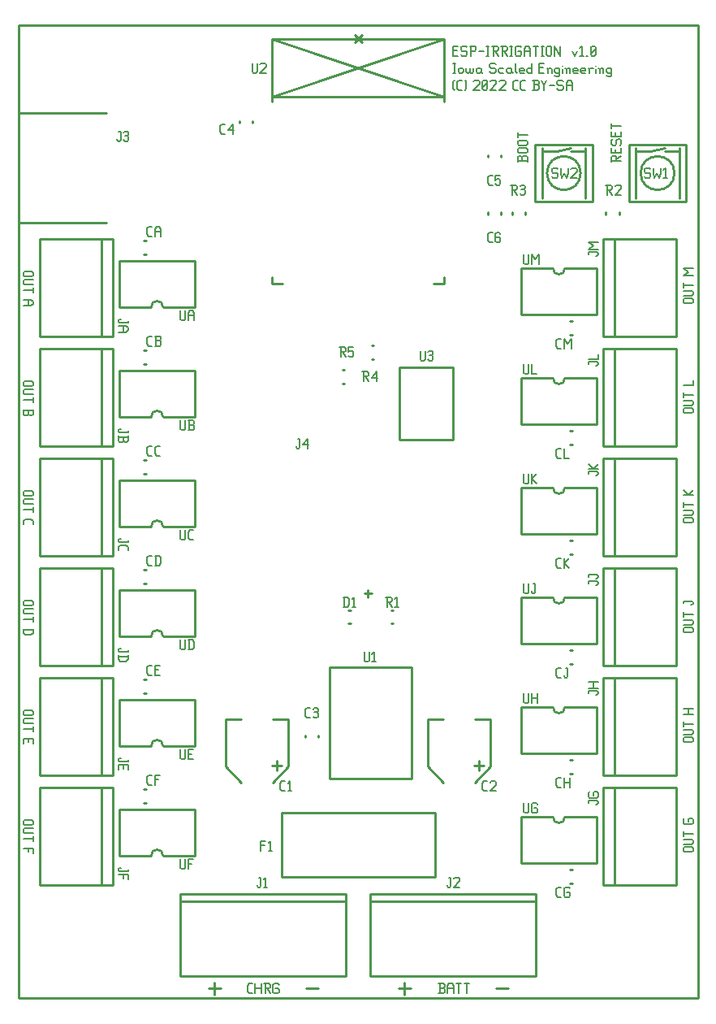
<source format=gbr>
G04 start of page 8 for group -4079 idx -4079 *
G04 Title: (unknown), topsilk *
G04 Creator: pcb 4.0.2 *
G04 CreationDate: Sat May 14 18:30:59 2022 UTC *
G04 For: railfan *
G04 Format: Gerber/RS-274X *
G04 PCB-Dimensions (mil): 3000.00 4200.00 *
G04 PCB-Coordinate-Origin: lower left *
%MOIN*%
%FSLAX25Y25*%
%LNTOPSILK*%
%ADD69C,0.0080*%
%ADD68C,0.0100*%
G54D68*X10500Y409500D02*Y10500D01*
X154000Y178000D02*Y175000D01*
X91000Y17000D02*Y12000D01*
X88500Y14500D02*X93500D01*
X148500Y405500D02*X151500Y402500D01*
Y405500D02*X148500Y402500D01*
X289500Y409500D02*X10500D01*
X289500Y10500D02*Y409500D01*
X152500Y176500D02*X155500D01*
X128500Y14500D02*X133500D01*
X169000Y17000D02*Y12000D01*
X166500Y14500D02*X171500D01*
X206500D02*X211500D01*
X10500Y10500D02*X289500D01*
G54D69*X284000Y295500D02*X287000D01*
X284000D02*X283500Y296000D01*
Y297000D02*Y296000D01*
Y297000D02*X284000Y297500D01*
X287000D01*
X287500Y297000D02*X287000Y297500D01*
X287500Y297000D02*Y296000D01*
X287000Y295500D02*X287500Y296000D01*
X283500Y298700D02*X287000D01*
X287500Y299200D01*
Y300200D02*Y299200D01*
Y300200D02*X287000Y300700D01*
X283500D02*X287000D01*
X283500Y303900D02*Y301900D01*
Y302900D02*X287500D01*
X283500Y306900D02*X287500D01*
X283500D02*X285500Y308400D01*
X283500Y309900D01*
X287500D01*
X254000Y355500D02*Y353500D01*
Y355500D02*X254500Y356000D01*
X255500D01*
X256000Y355500D02*X255500Y356000D01*
X256000Y355500D02*Y354000D01*
X254000D02*X258000D01*
X256000Y354800D02*X258000Y356000D01*
X255800Y358700D02*Y357200D01*
X258000Y359200D02*Y357200D01*
X254000D02*X258000D01*
X254000Y359200D02*Y357200D01*
Y362400D02*X254500Y362900D01*
X254000Y362400D02*Y360900D01*
X254500Y360400D02*X254000Y360900D01*
X254500Y360400D02*X255500D01*
X256000Y360900D01*
Y362400D02*Y360900D01*
Y362400D02*X256500Y362900D01*
X257500D01*
X258000Y362400D02*X257500Y362900D01*
X258000Y362400D02*Y360900D01*
X257500Y360400D02*X258000Y360900D01*
X255800Y365600D02*Y364100D01*
X258000Y366100D02*Y364100D01*
X254000D02*X258000D01*
X254000Y366100D02*Y364100D01*
Y369300D02*Y367300D01*
Y368300D02*X258000D01*
X219500Y355500D02*Y353500D01*
Y355500D02*X219000Y356000D01*
X217800D02*X219000D01*
X217300Y355500D02*X217800Y356000D01*
X217300Y355500D02*Y354000D01*
X215500D02*X219500D01*
X215500Y355500D02*Y353500D01*
Y355500D02*X216000Y356000D01*
X216800D01*
X217300Y355500D02*X216800Y356000D01*
X216000Y357200D02*X219000D01*
X216000D02*X215500Y357700D01*
Y358700D02*Y357700D01*
Y358700D02*X216000Y359200D01*
X219000D01*
X219500Y358700D02*X219000Y359200D01*
X219500Y358700D02*Y357700D01*
X219000Y357200D02*X219500Y357700D01*
X216000Y360400D02*X219000D01*
X216000D02*X215500Y360900D01*
Y361900D02*Y360900D01*
Y361900D02*X216000Y362400D01*
X219000D01*
X219500Y361900D02*X219000Y362400D01*
X219500Y361900D02*Y360900D01*
X219000Y360400D02*X219500Y360900D01*
X215500Y365600D02*Y363600D01*
Y364600D02*X219500D01*
X189000Y399200D02*X190500D01*
X189000Y397000D02*X191000D01*
X189000Y401000D02*Y397000D01*
Y401000D02*X191000D01*
X194200D02*X194700Y400500D01*
X192700Y401000D02*X194200D01*
X192200Y400500D02*X192700Y401000D01*
X192200Y400500D02*Y399500D01*
X192700Y399000D01*
X194200D01*
X194700Y398500D01*
Y397500D01*
X194200Y397000D02*X194700Y397500D01*
X192700Y397000D02*X194200D01*
X192200Y397500D02*X192700Y397000D01*
X196400Y401000D02*Y397000D01*
X195900Y401000D02*X197900D01*
X198400Y400500D01*
Y399500D01*
X197900Y399000D02*X198400Y399500D01*
X196400Y399000D02*X197900D01*
X199600D02*X201600D01*
X202800Y401000D02*X203800D01*
X203300D02*Y397000D01*
X202800D02*X203800D01*
X205000Y401000D02*X207000D01*
X207500Y400500D01*
Y399500D01*
X207000Y399000D02*X207500Y399500D01*
X205500Y399000D02*X207000D01*
X205500Y401000D02*Y397000D01*
X206300Y399000D02*X207500Y397000D01*
X208700Y401000D02*X210700D01*
X211200Y400500D01*
Y399500D01*
X210700Y399000D02*X211200Y399500D01*
X209200Y399000D02*X210700D01*
X209200Y401000D02*Y397000D01*
X210000Y399000D02*X211200Y397000D01*
X212400Y401000D02*X213400D01*
X212900D02*Y397000D01*
X212400D02*X213400D01*
X216600Y401000D02*X217100Y400500D01*
X215100Y401000D02*X216600D01*
X214600Y400500D02*X215100Y401000D01*
X214600Y400500D02*Y397500D01*
X215100Y397000D01*
X216600D01*
X217100Y397500D01*
Y398500D02*Y397500D01*
X216600Y399000D02*X217100Y398500D01*
X215600Y399000D02*X216600D01*
X218300Y400000D02*Y397000D01*
Y400000D02*X219000Y401000D01*
X220100D01*
X220800Y400000D01*
Y397000D01*
X218300Y399000D02*X220800D01*
X222000Y401000D02*X224000D01*
X223000D02*Y397000D01*
X225200Y401000D02*X226200D01*
X225700D02*Y397000D01*
X225200D02*X226200D01*
X227400Y400500D02*Y397500D01*
Y400500D02*X227900Y401000D01*
X228900D01*
X229400Y400500D01*
Y397500D01*
X228900Y397000D02*X229400Y397500D01*
X227900Y397000D02*X228900D01*
X227400Y397500D02*X227900Y397000D01*
X230600Y401000D02*Y397000D01*
Y401000D02*X233100Y397000D01*
Y401000D02*Y397000D01*
X237900Y399000D02*X238900Y397000D01*
X239900Y399000D02*X238900Y397000D01*
X241100Y400200D02*X241900Y401000D01*
Y397000D01*
X241100D02*X242600D01*
X243800D02*X244300D01*
X245500Y397500D02*X246000Y397000D01*
X245500Y400500D02*Y397500D01*
Y400500D02*X246000Y401000D01*
X247000D01*
X247500Y400500D01*
Y397500D01*
X247000Y397000D02*X247500Y397500D01*
X246000Y397000D02*X247000D01*
X245500Y398000D02*X247500Y400000D01*
X189000Y394000D02*X190000D01*
X189500D02*Y390000D01*
X189000D02*X190000D01*
X191200Y391500D02*Y390500D01*
Y391500D02*X191700Y392000D01*
X192700D01*
X193200Y391500D01*
Y390500D01*
X192700Y390000D02*X193200Y390500D01*
X191700Y390000D02*X192700D01*
X191200Y390500D02*X191700Y390000D01*
X194400Y392000D02*Y390500D01*
X194900Y390000D01*
X195400D01*
X195900Y390500D01*
Y392000D02*Y390500D01*
X196400Y390000D01*
X196900D01*
X197400Y390500D01*
Y392000D02*Y390500D01*
X200100Y392000D02*X200600Y391500D01*
X199100Y392000D02*X200100D01*
X198600Y391500D02*X199100Y392000D01*
X198600Y391500D02*Y390500D01*
X199100Y390000D01*
X200600Y392000D02*Y390500D01*
X201100Y390000D01*
X199100D02*X200100D01*
X200600Y390500D01*
X206100Y394000D02*X206600Y393500D01*
X204600Y394000D02*X206100D01*
X204100Y393500D02*X204600Y394000D01*
X204100Y393500D02*Y392500D01*
X204600Y392000D01*
X206100D01*
X206600Y391500D01*
Y390500D01*
X206100Y390000D02*X206600Y390500D01*
X204600Y390000D02*X206100D01*
X204100Y390500D02*X204600Y390000D01*
X208300Y392000D02*X209800D01*
X207800Y391500D02*X208300Y392000D01*
X207800Y391500D02*Y390500D01*
X208300Y390000D01*
X209800D01*
X212500Y392000D02*X213000Y391500D01*
X211500Y392000D02*X212500D01*
X211000Y391500D02*X211500Y392000D01*
X211000Y391500D02*Y390500D01*
X211500Y390000D01*
X213000Y392000D02*Y390500D01*
X213500Y390000D01*
X211500D02*X212500D01*
X213000Y390500D01*
X214700Y394000D02*Y390500D01*
X215200Y390000D01*
X216700D02*X218200D01*
X216200Y390500D02*X216700Y390000D01*
X216200Y391500D02*Y390500D01*
Y391500D02*X216700Y392000D01*
X217700D01*
X218200Y391500D01*
X216200Y391000D02*X218200D01*
Y391500D02*Y391000D01*
X221400Y394000D02*Y390000D01*
X220900D02*X221400Y390500D01*
X219900Y390000D02*X220900D01*
X219400Y390500D02*X219900Y390000D01*
X219400Y391500D02*Y390500D01*
Y391500D02*X219900Y392000D01*
X220900D01*
X221400Y391500D01*
X224400Y392200D02*X225900D01*
X224400Y390000D02*X226400D01*
X224400Y394000D02*Y390000D01*
Y394000D02*X226400D01*
X228100Y391500D02*Y390000D01*
Y391500D02*X228600Y392000D01*
X229100D01*
X229600Y391500D01*
Y390000D01*
X227600Y392000D02*X228100Y391500D01*
X232300Y392000D02*X232800Y391500D01*
X231300Y392000D02*X232300D01*
X230800Y391500D02*X231300Y392000D01*
X230800Y391500D02*Y390500D01*
X231300Y390000D01*
X232300D01*
X232800Y390500D01*
X230800Y389000D02*X231300Y388500D01*
X232300D01*
X232800Y389000D01*
Y392000D02*Y389000D01*
X234000Y393000D02*Y392900D01*
Y391500D02*Y390000D01*
X235500Y391500D02*Y390000D01*
Y391500D02*X236000Y392000D01*
X236500D01*
X237000Y391500D01*
Y390000D01*
X235000Y392000D02*X235500Y391500D01*
X238700Y390000D02*X240200D01*
X238200Y390500D02*X238700Y390000D01*
X238200Y391500D02*Y390500D01*
Y391500D02*X238700Y392000D01*
X239700D01*
X240200Y391500D01*
X238200Y391000D02*X240200D01*
Y391500D02*Y391000D01*
X241900Y390000D02*X243400D01*
X241400Y390500D02*X241900Y390000D01*
X241400Y391500D02*Y390500D01*
Y391500D02*X241900Y392000D01*
X242900D01*
X243400Y391500D01*
X241400Y391000D02*X243400D01*
Y391500D02*Y391000D01*
X245100Y391500D02*Y390000D01*
Y391500D02*X245600Y392000D01*
X246600D01*
X244600D02*X245100Y391500D01*
X247800Y393000D02*Y392900D01*
Y391500D02*Y390000D01*
X249300Y391500D02*Y390000D01*
Y391500D02*X249800Y392000D01*
X250300D01*
X250800Y391500D01*
Y390000D01*
X248800Y392000D02*X249300Y391500D01*
X253500Y392000D02*X254000Y391500D01*
X252500Y392000D02*X253500D01*
X252000Y391500D02*X252500Y392000D01*
X252000Y391500D02*Y390500D01*
X252500Y390000D01*
X253500D01*
X254000Y390500D01*
X252000Y389000D02*X252500Y388500D01*
X253500D01*
X254000Y389000D01*
Y392000D02*Y389000D01*
X189000Y383500D02*X189500Y383000D01*
X189000Y386500D02*X189500Y387000D01*
X189000Y386500D02*Y383500D01*
X191400Y383000D02*X192700D01*
X190700Y383700D02*X191400Y383000D01*
X190700Y386300D02*Y383700D01*
Y386300D02*X191400Y387000D01*
X192700D01*
X193900D02*X194400Y386500D01*
Y383500D01*
X193900Y383000D02*X194400Y383500D01*
X197400Y386500D02*X197900Y387000D01*
X199400D01*
X199900Y386500D01*
Y385500D01*
X197400Y383000D02*X199900Y385500D01*
X197400Y383000D02*X199900D01*
X201100Y383500D02*X201600Y383000D01*
X201100Y386500D02*Y383500D01*
Y386500D02*X201600Y387000D01*
X202600D01*
X203100Y386500D01*
Y383500D01*
X202600Y383000D02*X203100Y383500D01*
X201600Y383000D02*X202600D01*
X201100Y384000D02*X203100Y386000D01*
X204300Y386500D02*X204800Y387000D01*
X206300D01*
X206800Y386500D01*
Y385500D01*
X204300Y383000D02*X206800Y385500D01*
X204300Y383000D02*X206800D01*
X208000Y386500D02*X208500Y387000D01*
X210000D01*
X210500Y386500D01*
Y385500D01*
X208000Y383000D02*X210500Y385500D01*
X208000Y383000D02*X210500D01*
X214200D02*X215500D01*
X213500Y383700D02*X214200Y383000D01*
X213500Y386300D02*Y383700D01*
Y386300D02*X214200Y387000D01*
X215500D01*
X217400Y383000D02*X218700D01*
X216700Y383700D02*X217400Y383000D01*
X216700Y386300D02*Y383700D01*
Y386300D02*X217400Y387000D01*
X218700D01*
X221700Y383000D02*X223700D01*
X224200Y383500D01*
Y384700D02*Y383500D01*
X223700Y385200D02*X224200Y384700D01*
X222200Y385200D02*X223700D01*
X222200Y387000D02*Y383000D01*
X221700Y387000D02*X223700D01*
X224200Y386500D01*
Y385700D01*
X223700Y385200D02*X224200Y385700D01*
X225400Y387000D02*X226400Y385000D01*
X227400Y387000D01*
X226400Y385000D02*Y383000D01*
X228600Y385000D02*X230600D01*
X233800Y387000D02*X234300Y386500D01*
X232300Y387000D02*X233800D01*
X231800Y386500D02*X232300Y387000D01*
X231800Y386500D02*Y385500D01*
X232300Y385000D01*
X233800D01*
X234300Y384500D01*
Y383500D01*
X233800Y383000D02*X234300Y383500D01*
X232300Y383000D02*X233800D01*
X231800Y383500D02*X232300Y383000D01*
X235500Y386000D02*Y383000D01*
Y386000D02*X236200Y387000D01*
X237300D01*
X238000Y386000D01*
Y383000D01*
X235500Y385000D02*X238000D01*
X13000Y308500D02*X16000D01*
X16500Y308000D01*
Y307000D01*
X16000Y306500D01*
X13000D02*X16000D01*
X12500Y307000D02*X13000Y306500D01*
X12500Y308000D02*Y307000D01*
X13000Y308500D02*X12500Y308000D01*
X13000Y305300D02*X16500D01*
X13000D02*X12500Y304800D01*
Y303800D01*
X13000Y303300D01*
X16500D01*
Y302100D02*Y300100D01*
X12500Y301100D02*X16500D01*
X12500Y297100D02*X15500D01*
X16500Y296400D01*
Y295300D01*
X15500Y294600D01*
X12500D02*X15500D01*
X14500Y297100D02*Y294600D01*
X13000Y263500D02*X16000D01*
X16500Y263000D01*
Y262000D01*
X16000Y261500D01*
X13000D02*X16000D01*
X12500Y262000D02*X13000Y261500D01*
X12500Y263000D02*Y262000D01*
X13000Y263500D02*X12500Y263000D01*
X13000Y260300D02*X16500D01*
X13000D02*X12500Y259800D01*
Y258800D01*
X13000Y258300D01*
X16500D01*
Y257100D02*Y255100D01*
X12500Y256100D02*X16500D01*
X12500Y252100D02*Y250100D01*
X13000Y249600D01*
X14200D01*
X14700Y250100D02*X14200Y249600D01*
X14700Y251600D02*Y250100D01*
X12500Y251600D02*X16500D01*
Y252100D02*Y250100D01*
X16000Y249600D01*
X15200D02*X16000D01*
X14700Y250100D02*X15200Y249600D01*
X284000Y250500D02*X287000D01*
X284000D02*X283500Y251000D01*
Y252000D02*Y251000D01*
Y252000D02*X284000Y252500D01*
X287000D01*
X287500Y252000D02*X287000Y252500D01*
X287500Y252000D02*Y251000D01*
X287000Y250500D02*X287500Y251000D01*
X283500Y253700D02*X287000D01*
X287500Y254200D01*
Y255200D02*Y254200D01*
Y255200D02*X287000Y255700D01*
X283500D02*X287000D01*
X283500Y258900D02*Y256900D01*
Y257900D02*X287500D01*
X283500Y261900D02*X287500D01*
Y263900D02*Y261900D01*
X13000Y218500D02*X16000D01*
X16500Y218000D01*
Y217000D01*
X16000Y216500D01*
X13000D02*X16000D01*
X12500Y217000D02*X13000Y216500D01*
X12500Y218000D02*Y217000D01*
X13000Y218500D02*X12500Y218000D01*
X13000Y215300D02*X16500D01*
X13000D02*X12500Y214800D01*
Y213800D01*
X13000Y213300D01*
X16500D01*
Y212100D02*Y210100D01*
X12500Y211100D02*X16500D01*
X12500Y206400D02*Y205100D01*
X13200Y207100D02*X12500Y206400D01*
X13200Y207100D02*X15800D01*
X16500Y206400D01*
Y205100D01*
X13000Y173500D02*X16000D01*
X16500Y173000D01*
Y172000D01*
X16000Y171500D01*
X13000D02*X16000D01*
X12500Y172000D02*X13000Y171500D01*
X12500Y173000D02*Y172000D01*
X13000Y173500D02*X12500Y173000D01*
X13000Y170300D02*X16500D01*
X13000D02*X12500Y169800D01*
Y168800D01*
X13000Y168300D01*
X16500D01*
Y167100D02*Y165100D01*
X12500Y166100D02*X16500D01*
X12500Y161600D02*X16500D01*
Y160300D02*X15800Y159600D01*
X13200D02*X15800D01*
X12500Y160300D02*X13200Y159600D01*
X12500Y162100D02*Y160300D01*
X16500Y162100D02*Y160300D01*
X13000Y128500D02*X16000D01*
X16500Y128000D01*
Y127000D01*
X16000Y126500D01*
X13000D02*X16000D01*
X12500Y127000D02*X13000Y126500D01*
X12500Y128000D02*Y127000D01*
X13000Y128500D02*X12500Y128000D01*
X13000Y125300D02*X16500D01*
X13000D02*X12500Y124800D01*
Y123800D01*
X13000Y123300D01*
X16500D01*
Y122100D02*Y120100D01*
X12500Y121100D02*X16500D01*
X14700Y117100D02*Y115600D01*
X12500Y117100D02*Y115100D01*
Y117100D02*X16500D01*
Y115100D01*
X13000Y83500D02*X16000D01*
X16500Y83000D01*
Y82000D01*
X16000Y81500D01*
X13000D02*X16000D01*
X12500Y82000D02*X13000Y81500D01*
X12500Y83000D02*Y82000D01*
X13000Y83500D02*X12500Y83000D01*
X13000Y80300D02*X16500D01*
X13000D02*X12500Y79800D01*
Y78800D01*
X13000Y78300D01*
X16500D01*
Y77100D02*Y75100D01*
X12500Y76100D02*X16500D01*
X12500Y72100D02*X16500D01*
Y70100D01*
X14700Y72100D02*Y70600D01*
X284000Y205500D02*X287000D01*
X284000D02*X283500Y206000D01*
Y207000D02*Y206000D01*
Y207000D02*X284000Y207500D01*
X287000D01*
X287500Y207000D02*X287000Y207500D01*
X287500Y207000D02*Y206000D01*
X287000Y205500D02*X287500Y206000D01*
X283500Y208700D02*X287000D01*
X287500Y209200D01*
Y210200D02*Y209200D01*
Y210200D02*X287000Y210700D01*
X283500D02*X287000D01*
X283500Y213900D02*Y211900D01*
Y212900D02*X287500D01*
X283500Y216900D02*X287500D01*
X285500D02*X283500Y218900D01*
X285500Y216900D02*X287500Y218900D01*
X284000Y160500D02*X287000D01*
X284000D02*X283500Y161000D01*
Y162000D02*Y161000D01*
Y162000D02*X284000Y162500D01*
X287000D01*
X287500Y162000D02*X287000Y162500D01*
X287500Y162000D02*Y161000D01*
X287000Y160500D02*X287500Y161000D01*
X283500Y163700D02*X287000D01*
X287500Y164200D01*
Y165200D02*Y164200D01*
Y165200D02*X287000Y165700D01*
X283500D02*X287000D01*
X283500Y168900D02*Y166900D01*
Y167900D02*X287500D01*
X283500Y173400D02*Y172600D01*
Y173400D02*X287000D01*
X287500Y172900D02*X287000Y173400D01*
X287500Y172900D02*Y172400D01*
X287000Y171900D02*X287500Y172400D01*
X286500Y171900D02*X287000D01*
X284000Y115500D02*X287000D01*
X284000D02*X283500Y116000D01*
Y117000D02*Y116000D01*
Y117000D02*X284000Y117500D01*
X287000D01*
X287500Y117000D02*X287000Y117500D01*
X287500Y117000D02*Y116000D01*
X287000Y115500D02*X287500Y116000D01*
X283500Y118700D02*X287000D01*
X287500Y119200D01*
Y120200D02*Y119200D01*
Y120200D02*X287000Y120700D01*
X283500D02*X287000D01*
X283500Y123900D02*Y121900D01*
Y122900D02*X287500D01*
X283500Y126900D02*X287500D01*
X283500Y129400D02*X287500D01*
X285500D02*Y126900D01*
X284000Y70500D02*X287000D01*
X284000D02*X283500Y71000D01*
Y72000D02*Y71000D01*
Y72000D02*X284000Y72500D01*
X287000D01*
X287500Y72000D02*X287000Y72500D01*
X287500Y72000D02*Y71000D01*
X287000Y70500D02*X287500Y71000D01*
X283500Y73700D02*X287000D01*
X287500Y74200D01*
Y75200D02*Y74200D01*
Y75200D02*X287000Y75700D01*
X283500D02*X287000D01*
X283500Y78900D02*Y76900D01*
Y77900D02*X287500D01*
X283500Y83900D02*X284000Y84400D01*
X283500Y83900D02*Y82400D01*
X284000Y81900D02*X283500Y82400D01*
X284000Y81900D02*X287000D01*
X287500Y82400D01*
Y83900D02*Y82400D01*
Y83900D02*X287000Y84400D01*
X286000D02*X287000D01*
X285500Y83900D02*X286000Y84400D01*
X285500Y83900D02*Y82900D01*
X183000Y12500D02*X185000D01*
X185500Y13000D01*
Y14200D02*Y13000D01*
X185000Y14700D02*X185500Y14200D01*
X183500Y14700D02*X185000D01*
X183500Y16500D02*Y12500D01*
X183000Y16500D02*X185000D01*
X185500Y16000D01*
Y15200D01*
X185000Y14700D02*X185500Y15200D01*
X186700Y15500D02*Y12500D01*
Y15500D02*X187400Y16500D01*
X188500D01*
X189200Y15500D01*
Y12500D01*
X186700Y14500D02*X189200D01*
X190400Y16500D02*X192400D01*
X191400D02*Y12500D01*
X193600Y16500D02*X195600D01*
X194600D02*Y12500D01*
X105200D02*X106500D01*
X104500Y13200D02*X105200Y12500D01*
X104500Y15800D02*Y13200D01*
Y15800D02*X105200Y16500D01*
X106500D01*
X107700D02*Y12500D01*
X110200Y16500D02*Y12500D01*
X107700Y14500D02*X110200D01*
X111400Y16500D02*X113400D01*
X113900Y16000D01*
Y15000D01*
X113400Y14500D02*X113900Y15000D01*
X111900Y14500D02*X113400D01*
X111900Y16500D02*Y12500D01*
X112700Y14500D02*X113900Y12500D01*
X117100Y16500D02*X117600Y16000D01*
X115600Y16500D02*X117100D01*
X115100Y16000D02*X115600Y16500D01*
X115100Y16000D02*Y13000D01*
X115600Y12500D01*
X117100D01*
X117600Y13000D01*
Y14000D02*Y13000D01*
X117100Y14500D02*X117600Y14000D01*
X116100Y14500D02*X117100D01*
G54D68*X10500Y373500D02*Y328500D01*
Y373500D02*X46500D01*
X10500Y328500D02*X46500D01*
X19200Y322000D02*Y282000D01*
X49200Y322000D02*Y282000D01*
X44800Y322000D02*Y282000D01*
X19200Y322000D02*X49200D01*
X19200Y282000D02*X49200D01*
X208755Y356393D02*Y355607D01*
X203245Y356393D02*Y355607D01*
X101245Y370393D02*Y369607D01*
X106755Y370393D02*Y369607D01*
X114567Y404000D02*X185433D01*
Y378409D01*
Y306362D02*Y303606D01*
X114567Y404000D02*Y378409D01*
Y306362D02*Y303606D01*
X185433D02*X180906D01*
X119094D02*X114567D01*
Y404000D02*X185433Y380378D01*
Y404000D02*X114567Y380378D01*
X185433D01*
X62107Y321255D02*X62893D01*
X62107Y315745D02*X62893D01*
X83000Y313000D02*Y294000D01*
X52000Y313000D02*X83000D01*
X52000D02*Y294000D01*
X70000D02*X83000D01*
X52000D02*X65000D01*
X70000D02*G75*G03X65000Y294000I-2500J0D01*G01*
X280800Y322000D02*Y282000D01*
X250800Y322000D02*Y282000D01*
X255200Y322000D02*Y282000D01*
X250800D02*X280800D01*
X250800Y322000D02*X280800D01*
X257255Y332893D02*Y332107D01*
X251745Y332893D02*Y332107D01*
X237107Y282745D02*X237893D01*
X237107Y288255D02*X237893D01*
X217000Y310000D02*Y291000D01*
X248000D01*
Y310000D02*Y291000D01*
X217000Y310000D02*X230000D01*
X235000D02*X248000D01*
X230000D02*G75*G03X235000Y310000I2500J0D01*G01*
X218755Y332893D02*Y332107D01*
X213245Y332893D02*Y332107D01*
X208755Y332893D02*Y332107D01*
X203245Y332893D02*Y332107D01*
X155607Y278255D02*X156393D01*
X155607Y272745D02*X156393D01*
X143607Y262745D02*X144393D01*
X143607Y268255D02*X144393D01*
X166976Y269461D02*Y239539D01*
X189024Y269461D02*Y239539D01*
X166976D02*X189024D01*
X166976Y269461D02*X189024D01*
X222700Y360800D02*Y337200D01*
X246300Y360800D02*Y337200D01*
X222700Y360800D02*X246300D01*
X222700Y337200D02*X246300D01*
X225650Y359325D02*Y338675D01*
X243350Y359325D02*Y338675D01*
Y357850D02*X237450D01*
X225650D02*X231550D01*
X237450Y359325D02*X231550Y357850D01*
X227600Y349000D02*G75*G03X227600Y349000I6900J0D01*G01*
G75*G03X241400Y349000I6900J0D01*G01*
X261200Y360800D02*Y337200D01*
X284800Y360800D02*Y337200D01*
X261200Y360800D02*X284800D01*
X261200Y337200D02*X284800D01*
X264150Y359325D02*Y338675D01*
X281850Y359325D02*Y338675D01*
Y357850D02*X275950D01*
X264150D02*X270050D01*
X275950Y359325D02*X270050Y357850D01*
X266100Y349000D02*G75*G03X266100Y349000I6900J0D01*G01*
G75*G03X279900Y349000I6900J0D01*G01*
X19200Y277000D02*Y237000D01*
X49200Y277000D02*Y237000D01*
X44800Y277000D02*Y237000D01*
X19200Y277000D02*X49200D01*
X19200Y237000D02*X49200D01*
X19200Y232000D02*Y192000D01*
X49200Y232000D02*Y192000D01*
X44800Y232000D02*Y192000D01*
X19200Y232000D02*X49200D01*
X19200Y192000D02*X49200D01*
X19200Y187000D02*Y147000D01*
X49200Y187000D02*Y147000D01*
X44800Y187000D02*Y147000D01*
X19200Y187000D02*X49200D01*
X19200Y147000D02*X49200D01*
X19200Y142000D02*Y102000D01*
X49200Y142000D02*Y102000D01*
X44800Y142000D02*Y102000D01*
X19200Y142000D02*X49200D01*
X19200Y102000D02*X49200D01*
X19200Y97000D02*Y57000D01*
X49200Y97000D02*Y57000D01*
X44800Y97000D02*Y57000D01*
X19200Y97000D02*X49200D01*
X19200Y57000D02*X49200D01*
X62107Y276255D02*X62893D01*
X62107Y270745D02*X62893D01*
X62107Y231255D02*X62893D01*
X62107Y225745D02*X62893D01*
X62107Y186255D02*X62893D01*
X62107Y180745D02*X62893D01*
X83000Y268000D02*Y249000D01*
X52000Y268000D02*X83000D01*
X52000D02*Y249000D01*
X70000D02*X83000D01*
X52000D02*X65000D01*
X70000D02*G75*G03X65000Y249000I-2500J0D01*G01*
X83000Y223000D02*Y204000D01*
X52000Y223000D02*X83000D01*
X52000D02*Y204000D01*
X70000D02*X83000D01*
X52000D02*X65000D01*
X70000D02*G75*G03X65000Y204000I-2500J0D01*G01*
X83000Y178000D02*Y159000D01*
X52000Y178000D02*X83000D01*
X52000D02*Y159000D01*
X70000D02*X83000D01*
X52000D02*X65000D01*
X70000D02*G75*G03X65000Y159000I-2500J0D01*G01*
X62107Y141255D02*X62893D01*
X62107Y135745D02*X62893D01*
X83000Y88000D02*Y69000D01*
X52000Y88000D02*X83000D01*
X52000D02*Y69000D01*
X70000D02*X83000D01*
X52000D02*X65000D01*
X70000D02*G75*G03X65000Y69000I-2500J0D01*G01*
X146107Y169755D02*X146893D01*
X146107Y164245D02*X146893D01*
X163607Y169755D02*X164393D01*
X163607Y164245D02*X164393D01*
X128245Y118350D02*Y117564D01*
X133755Y118350D02*Y117564D01*
X114996Y124992D02*X121492D01*
X95508D02*X102004D01*
X95508D02*Y105504D01*
X121492Y124992D02*Y105504D01*
X95508D02*X102004Y99008D01*
X121492Y105504D02*X114996Y99008D01*
X114500Y106000D02*X118500D01*
X116500Y108000D02*Y104000D01*
X83000Y133000D02*Y114000D01*
X52000Y133000D02*X83000D01*
X52000D02*Y114000D01*
X70000D02*X83000D01*
X52000D02*X65000D01*
X70000D02*G75*G03X65000Y114000I-2500J0D01*G01*
X62107Y96255D02*X62893D01*
X62107Y90745D02*X62893D01*
X171874Y146335D02*Y100665D01*
X138410Y146335D02*Y100665D01*
X171874D01*
X138410Y146335D02*X171874D01*
X118500Y86750D02*X181500D01*
Y60250D01*
X118500D01*
Y86750D01*
X77063Y53461D02*Y19602D01*
Y53461D02*X144937D01*
X77063Y50311D02*X144937D01*
Y53461D02*Y19602D01*
X77063D02*X144937D01*
X280800Y277000D02*Y237000D01*
X250800Y277000D02*Y237000D01*
X255200Y277000D02*Y237000D01*
X250800D02*X280800D01*
X250800Y277000D02*X280800D01*
Y232000D02*Y192000D01*
X250800Y232000D02*Y192000D01*
X255200Y232000D02*Y192000D01*
X250800D02*X280800D01*
X250800Y232000D02*X280800D01*
Y187000D02*Y147000D01*
X250800Y187000D02*Y147000D01*
X255200Y187000D02*Y147000D01*
X250800D02*X280800D01*
X250800Y187000D02*X280800D01*
Y142000D02*Y102000D01*
X250800Y142000D02*Y102000D01*
X255200Y142000D02*Y102000D01*
X250800D02*X280800D01*
X250800Y142000D02*X280800D01*
X237107Y237745D02*X237893D01*
X237107Y243255D02*X237893D01*
X217000Y265000D02*Y246000D01*
X248000D01*
Y265000D02*Y246000D01*
X217000Y265000D02*X230000D01*
X235000D02*X248000D01*
X230000D02*G75*G03X235000Y265000I2500J0D01*G01*
X237107Y192745D02*X237893D01*
X237107Y198255D02*X237893D01*
X217000Y220000D02*Y201000D01*
X248000D01*
Y220000D02*Y201000D01*
X217000Y220000D02*X230000D01*
X235000D02*X248000D01*
X230000D02*G75*G03X235000Y220000I2500J0D01*G01*
X237107Y147745D02*X237893D01*
X237107Y153255D02*X237893D01*
X217000Y175000D02*Y156000D01*
X248000D01*
Y175000D02*Y156000D01*
X217000Y175000D02*X230000D01*
X235000D02*X248000D01*
X230000D02*G75*G03X235000Y175000I2500J0D01*G01*
X197996Y124992D02*X204492D01*
X178508D02*X185004D01*
X178508D02*Y105504D01*
X204492Y124992D02*Y105504D01*
X178508D02*X185004Y99008D01*
X204492Y105504D02*X197996Y99008D01*
X197500Y106000D02*X201500D01*
X199500Y108000D02*Y104000D01*
X237107Y102745D02*X237893D01*
X237107Y108255D02*X237893D01*
X217000Y130000D02*Y111000D01*
X248000D01*
Y130000D02*Y111000D01*
X217000Y130000D02*X230000D01*
X235000D02*X248000D01*
X230000D02*G75*G03X235000Y130000I2500J0D01*G01*
X280800Y97000D02*Y57000D01*
X250800Y97000D02*Y57000D01*
X255200Y97000D02*Y57000D01*
X250800D02*X280800D01*
X250800Y97000D02*X280800D01*
X237107Y57745D02*X237893D01*
X237107Y63255D02*X237893D01*
X217000Y85000D02*Y66000D01*
X248000D01*
Y85000D02*Y66000D01*
X217000Y85000D02*X230000D01*
X235000D02*X248000D01*
X230000D02*G75*G03X235000Y85000I2500J0D01*G01*
X155063Y53461D02*Y19602D01*
Y53461D02*X222937D01*
X155063Y50311D02*X222937D01*
Y53461D02*Y19602D01*
X155063D02*X222937D01*
G54D69*X51700Y366000D02*X52500D01*
Y362500D01*
X52000Y362000D02*X52500Y362500D01*
X51500Y362000D02*X52000D01*
X51000Y362500D02*X51500Y362000D01*
X51000Y363000D02*Y362500D01*
X53700Y365500D02*X54200Y366000D01*
X55200D01*
X55700Y365500D01*
X55200Y362000D02*X55700Y362500D01*
X54200Y362000D02*X55200D01*
X53700Y362500D02*X54200Y362000D01*
Y364200D02*X55200D01*
X55700Y365500D02*Y364700D01*
Y363700D02*Y362500D01*
Y363700D02*X55200Y364200D01*
X55700Y364700D02*X55200Y364200D01*
X94050Y365150D02*X95350D01*
X93350Y365850D02*X94050Y365150D01*
X93350Y368450D02*Y365850D01*
Y368450D02*X94050Y369150D01*
X95350D01*
X96550Y366650D02*X98550Y369150D01*
X96550Y366650D02*X99050D01*
X98550Y369150D02*Y365150D01*
X106500Y394000D02*Y390500D01*
X107000Y390000D01*
X108000D01*
X108500Y390500D01*
Y394000D02*Y390500D01*
X109700Y393500D02*X110200Y394000D01*
X111700D01*
X112200Y393500D01*
Y392500D01*
X109700Y390000D02*X112200Y392500D01*
X109700Y390000D02*X112200D01*
X55500Y288300D02*Y287500D01*
X52000D02*X55500D01*
X51500Y288000D02*X52000Y287500D01*
X51500Y288500D02*Y288000D01*
X52000Y289000D02*X51500Y288500D01*
X52000Y289000D02*X52500D01*
X51500Y286300D02*X54500D01*
X55500Y285600D01*
Y284500D01*
X54500Y283800D01*
X51500D02*X54500D01*
X53500Y286300D02*Y283800D01*
X64093Y323150D02*X65393D01*
X63393Y323850D02*X64093Y323150D01*
X63393Y326450D02*Y323850D01*
Y326450D02*X64093Y327150D01*
X65393D01*
X66593Y326150D02*Y323150D01*
Y326150D02*X67293Y327150D01*
X68393D01*
X69093Y326150D01*
Y323150D01*
X66593Y325150D02*X69093D01*
X77000Y292500D02*Y289000D01*
X77500Y288500D01*
X78500D01*
X79000Y289000D01*
Y292500D02*Y289000D01*
X80200Y291500D02*Y288500D01*
Y291500D02*X80900Y292500D01*
X82000D01*
X82700Y291500D01*
Y288500D01*
X80200Y290500D02*X82700D01*
X64093Y278150D02*X65393D01*
X63393Y278850D02*X64093Y278150D01*
X63393Y281450D02*Y278850D01*
Y281450D02*X64093Y282150D01*
X65393D01*
X66593Y278150D02*X68593D01*
X69093Y278650D01*
Y279850D02*Y278650D01*
X68593Y280350D02*X69093Y279850D01*
X67093Y280350D02*X68593D01*
X67093Y282150D02*Y278150D01*
X66593Y282150D02*X68593D01*
X69093Y281650D01*
Y280850D01*
X68593Y280350D02*X69093Y280850D01*
X64093Y233150D02*X65393D01*
X63393Y233850D02*X64093Y233150D01*
X63393Y236450D02*Y233850D01*
Y236450D02*X64093Y237150D01*
X65393D01*
X67293Y233150D02*X68593D01*
X66593Y233850D02*X67293Y233150D01*
X66593Y236450D02*Y233850D01*
Y236450D02*X67293Y237150D01*
X68593D01*
X244500Y316500D02*Y315700D01*
Y316500D02*X248000D01*
X248500Y316000D02*X248000Y316500D01*
X248500Y316000D02*Y315500D01*
X248000Y315000D02*X248500Y315500D01*
X247500Y315000D02*X248000D01*
X244500Y317700D02*X248500D01*
X244500D02*X246500Y319200D01*
X244500Y320700D01*
X248500D01*
X231500Y351000D02*X232000Y350500D01*
X230000Y351000D02*X231500D01*
X229500Y350500D02*X230000Y351000D01*
X229500Y350500D02*Y349500D01*
X230000Y349000D01*
X231500D01*
X232000Y348500D01*
Y347500D01*
X231500Y347000D02*X232000Y347500D01*
X230000Y347000D02*X231500D01*
X229500Y347500D02*X230000Y347000D01*
X233200Y351000D02*Y349000D01*
X233700Y347000D01*
X234700Y349000D01*
X235700Y347000D01*
X236200Y349000D01*
Y351000D02*Y349000D01*
X237400Y350500D02*X237900Y351000D01*
X239400D01*
X239900Y350500D01*
Y349500D01*
X237400Y347000D02*X239900Y349500D01*
X237400Y347000D02*X239900D01*
X251807Y344150D02*X253807D01*
X254307Y343650D01*
Y342650D01*
X253807Y342150D02*X254307Y342650D01*
X252307Y342150D02*X253807D01*
X252307Y344150D02*Y340150D01*
X253107Y342150D02*X254307Y340150D01*
X255507Y343650D02*X256007Y344150D01*
X257507D01*
X258007Y343650D01*
Y342650D01*
X255507Y340150D02*X258007Y342650D01*
X255507Y340150D02*X258007D01*
X269500Y351000D02*X270000Y350500D01*
X268000Y351000D02*X269500D01*
X267500Y350500D02*X268000Y351000D01*
X267500Y350500D02*Y349500D01*
X268000Y349000D01*
X269500D01*
X270000Y348500D01*
Y347500D01*
X269500Y347000D02*X270000Y347500D01*
X268000Y347000D02*X269500D01*
X267500Y347500D02*X268000Y347000D01*
X271200Y351000D02*Y349000D01*
X271700Y347000D01*
X272700Y349000D01*
X273700Y347000D01*
X274200Y349000D01*
Y351000D02*Y349000D01*
X275400Y350200D02*X276200Y351000D01*
Y347000D01*
X275400D02*X276900D01*
X212807Y344150D02*X214807D01*
X215307Y343650D01*
Y342650D01*
X214807Y342150D02*X215307Y342650D01*
X213307Y342150D02*X214807D01*
X213307Y344150D02*Y340150D01*
X214107Y342150D02*X215307Y340150D01*
X216507Y343650D02*X217007Y344150D01*
X218007D01*
X218507Y343650D01*
X218007Y340150D02*X218507Y340650D01*
X217007Y340150D02*X218007D01*
X216507Y340650D02*X217007Y340150D01*
Y342350D02*X218007D01*
X218507Y343650D02*Y342850D01*
Y341850D02*Y340650D01*
Y341850D02*X218007Y342350D01*
X218507Y342850D02*X218007Y342350D01*
X203878Y344150D02*X205178D01*
X203178Y344850D02*X203878Y344150D01*
X203178Y347450D02*Y344850D01*
Y347450D02*X203878Y348150D01*
X205178D01*
X206378D02*X208378D01*
X206378D02*Y346150D01*
X206878Y346650D01*
X207878D01*
X208378Y346150D01*
Y344650D01*
X207878Y344150D02*X208378Y344650D01*
X206878Y344150D02*X207878D01*
X206378Y344650D02*X206878Y344150D01*
X203964Y320564D02*X205264D01*
X203264Y321264D02*X203964Y320564D01*
X203264Y323864D02*Y321264D01*
Y323864D02*X203964Y324564D01*
X205264D01*
X207964D02*X208464Y324064D01*
X206964Y324564D02*X207964D01*
X206464Y324064D02*X206964Y324564D01*
X206464Y324064D02*Y321064D01*
X206964Y320564D01*
X207964Y322764D02*X208464Y322264D01*
X206464Y322764D02*X207964D01*
X206964Y320564D02*X207964D01*
X208464Y321064D01*
Y322264D02*Y321064D01*
X232093Y277150D02*X233393D01*
X231393Y277850D02*X232093Y277150D01*
X231393Y280450D02*Y277850D01*
Y280450D02*X232093Y281150D01*
X233393D01*
X234593D02*Y277150D01*
Y281150D02*X236093Y279150D01*
X237593Y281150D01*
Y277150D01*
X232093Y232150D02*X233393D01*
X231393Y232850D02*X232093Y232150D01*
X231393Y235450D02*Y232850D01*
Y235450D02*X232093Y236150D01*
X233393D01*
X234593D02*Y232150D01*
X236593D01*
X218000Y270500D02*Y267000D01*
X218500Y266500D01*
X219500D01*
X220000Y267000D01*
Y270500D02*Y267000D01*
X221200Y270500D02*Y266500D01*
X223200D01*
X218000Y225500D02*Y222000D01*
X218500Y221500D01*
X219500D01*
X220000Y222000D01*
Y225500D02*Y222000D01*
X221200Y225500D02*Y221500D01*
Y223500D02*X223200Y225500D01*
X221200Y223500D02*X223200Y221500D01*
X218000Y180500D02*Y177000D01*
X218500Y176500D01*
X219500D01*
X220000Y177000D01*
Y180500D02*Y177000D01*
X221900Y180500D02*X222700D01*
Y177000D01*
X222200Y176500D02*X222700Y177000D01*
X221700Y176500D02*X222200D01*
X221200Y177000D02*X221700Y176500D01*
X221200Y177500D02*Y177000D01*
X218000Y135500D02*Y132000D01*
X218500Y131500D01*
X219500D01*
X220000Y132000D01*
Y135500D02*Y132000D01*
X221200Y135500D02*Y131500D01*
X223700Y135500D02*Y131500D01*
X221200Y133500D02*X223700D01*
X218000Y315500D02*Y312000D01*
X218500Y311500D01*
X219500D01*
X220000Y312000D01*
Y315500D02*Y312000D01*
X221200Y315500D02*Y311500D01*
Y315500D02*X222700Y313500D01*
X224200Y315500D01*
Y311500D01*
X244500Y271500D02*Y270700D01*
Y271500D02*X248000D01*
X248500Y271000D02*X248000Y271500D01*
X248500Y271000D02*Y270500D01*
X248000Y270000D02*X248500Y270500D01*
X247500Y270000D02*X248000D01*
X244500Y272700D02*X248500D01*
Y274700D02*Y272700D01*
X125200Y240000D02*X126000D01*
Y236500D01*
X125500Y236000D02*X126000Y236500D01*
X125000Y236000D02*X125500D01*
X124500Y236500D02*X125000Y236000D01*
X124500Y237000D02*Y236500D01*
X127200Y237500D02*X129200Y240000D01*
X127200Y237500D02*X129700D01*
X129200Y240000D02*Y236000D01*
X142350Y277650D02*X144350D01*
X144850Y277150D01*
Y276150D01*
X144350Y275650D02*X144850Y276150D01*
X142850Y275650D02*X144350D01*
X142850Y277650D02*Y273650D01*
X143650Y275650D02*X144850Y273650D01*
X146050Y277650D02*X148050D01*
X146050D02*Y275650D01*
X146550Y276150D01*
X147550D01*
X148050Y275650D01*
Y274150D01*
X147550Y273650D02*X148050Y274150D01*
X146550Y273650D02*X147550D01*
X146050Y274150D02*X146550Y273650D01*
X151807Y267650D02*X153807D01*
X154307Y267150D01*
Y266150D01*
X153807Y265650D02*X154307Y266150D01*
X152307Y265650D02*X153807D01*
X152307Y267650D02*Y263650D01*
X153107Y265650D02*X154307Y263650D01*
X155507Y265150D02*X157507Y267650D01*
X155507Y265150D02*X158007D01*
X157507Y267650D02*Y263650D01*
X175500Y276000D02*Y272500D01*
X176000Y272000D01*
X177000D01*
X177500Y272500D01*
Y276000D02*Y272500D01*
X178700Y275500D02*X179200Y276000D01*
X180200D01*
X180700Y275500D01*
X180200Y272000D02*X180700Y272500D01*
X179200Y272000D02*X180200D01*
X178700Y272500D02*X179200Y272000D01*
Y274200D02*X180200D01*
X180700Y275500D02*Y274700D01*
Y273700D02*Y272500D01*
Y273700D02*X180200Y274200D01*
X180700Y274700D02*X180200Y274200D01*
X244500Y226500D02*Y225700D01*
Y226500D02*X248000D01*
X248500Y226000D02*X248000Y226500D01*
X248500Y226000D02*Y225500D01*
X248000Y225000D02*X248500Y225500D01*
X247500Y225000D02*X248000D01*
X244500Y227700D02*X248500D01*
X246500D02*X244500Y229700D01*
X246500Y227700D02*X248500Y229700D01*
X232093Y187150D02*X233393D01*
X231393Y187850D02*X232093Y187150D01*
X231393Y190450D02*Y187850D01*
Y190450D02*X232093Y191150D01*
X233393D01*
X234593D02*Y187150D01*
Y189150D02*X236593Y191150D01*
X234593Y189150D02*X236593Y187150D01*
X244500Y181500D02*Y180700D01*
Y181500D02*X248000D01*
X248500Y181000D02*X248000Y181500D01*
X248500Y181000D02*Y180500D01*
X248000Y180000D02*X248500Y180500D01*
X247500Y180000D02*X248000D01*
X244500Y184200D02*Y183400D01*
Y184200D02*X248000D01*
X248500Y183700D02*X248000Y184200D01*
X248500Y183700D02*Y183200D01*
X248000Y182700D02*X248500Y183200D01*
X247500Y182700D02*X248000D01*
X232093Y142150D02*X233393D01*
X231393Y142850D02*X232093Y142150D01*
X231393Y145450D02*Y142850D01*
Y145450D02*X232093Y146150D01*
X233393D01*
X235293D02*X236093D01*
Y142650D01*
X235593Y142150D02*X236093Y142650D01*
X235093Y142150D02*X235593D01*
X234593Y142650D02*X235093Y142150D01*
X234593Y143150D02*Y142650D01*
X55500Y243300D02*Y242500D01*
X52000D02*X55500D01*
X51500Y243000D02*X52000Y242500D01*
X51500Y243500D02*Y243000D01*
X52000Y244000D02*X51500Y243500D01*
X52000Y244000D02*X52500D01*
X51500Y241300D02*Y239300D01*
X52000Y238800D01*
X53200D01*
X53700Y239300D02*X53200Y238800D01*
X53700Y240800D02*Y239300D01*
X51500Y240800D02*X55500D01*
Y241300D02*Y239300D01*
X55000Y238800D01*
X54200D02*X55000D01*
X53700Y239300D02*X54200Y238800D01*
X77000Y247500D02*Y244000D01*
X77500Y243500D01*
X78500D01*
X79000Y244000D01*
Y247500D02*Y244000D01*
X80200Y243500D02*X82200D01*
X82700Y244000D01*
Y245200D02*Y244000D01*
X82200Y245700D02*X82700Y245200D01*
X80700Y245700D02*X82200D01*
X80700Y247500D02*Y243500D01*
X80200Y247500D02*X82200D01*
X82700Y247000D01*
Y246200D01*
X82200Y245700D02*X82700Y246200D01*
X144350Y175150D02*Y171150D01*
X145650Y175150D02*X146350Y174450D01*
Y171850D01*
X145650Y171150D02*X146350Y171850D01*
X143850Y171150D02*X145650D01*
X143850Y175150D02*X145650D01*
X147550Y174350D02*X148350Y175150D01*
Y171150D01*
X147550D02*X149050D01*
X161350Y175150D02*X163350D01*
X163850Y174650D01*
Y173650D01*
X163350Y173150D02*X163850Y173650D01*
X161850Y173150D02*X163350D01*
X161850Y175150D02*Y171150D01*
X162650Y173150D02*X163850Y171150D01*
X165050Y174350D02*X165850Y175150D01*
Y171150D01*
X165050D02*X166550D01*
X129007Y125650D02*X130307D01*
X128307Y126350D02*X129007Y125650D01*
X128307Y128950D02*Y126350D01*
Y128950D02*X129007Y129650D01*
X130307D01*
X131507Y129150D02*X132007Y129650D01*
X133007D01*
X133507Y129150D01*
X133007Y125650D02*X133507Y126150D01*
X132007Y125650D02*X133007D01*
X131507Y126150D02*X132007Y125650D01*
Y127850D02*X133007D01*
X133507Y129150D02*Y128350D01*
Y127350D02*Y126150D01*
Y127350D02*X133007Y127850D01*
X133507Y128350D02*X133007Y127850D01*
X118700Y95500D02*X120000D01*
X118000Y96200D02*X118700Y95500D01*
X118000Y98800D02*Y96200D01*
Y98800D02*X118700Y99500D01*
X120000D01*
X121200Y98700D02*X122000Y99500D01*
Y95500D01*
X121200D02*X122700D01*
X64093Y98150D02*X65393D01*
X63393Y98850D02*X64093Y98150D01*
X63393Y101450D02*Y98850D01*
Y101450D02*X64093Y102150D01*
X65393D01*
X66593D02*Y98150D01*
Y102150D02*X68593D01*
X66593Y100350D02*X68093D01*
X55500Y198300D02*Y197500D01*
X52000D02*X55500D01*
X51500Y198000D02*X52000Y197500D01*
X51500Y198500D02*Y198000D01*
X52000Y199000D02*X51500Y198500D01*
X52000Y199000D02*X52500D01*
X51500Y195600D02*Y194300D01*
X52200Y196300D02*X51500Y195600D01*
X52200Y196300D02*X54800D01*
X55500Y195600D01*
Y194300D01*
X64093Y188150D02*X65393D01*
X63393Y188850D02*X64093Y188150D01*
X63393Y191450D02*Y188850D01*
Y191450D02*X64093Y192150D01*
X65393D01*
X67093D02*Y188150D01*
X68393Y192150D02*X69093Y191450D01*
Y188850D01*
X68393Y188150D02*X69093Y188850D01*
X66593Y188150D02*X68393D01*
X66593Y192150D02*X68393D01*
X77000Y202500D02*Y199000D01*
X77500Y198500D01*
X78500D01*
X79000Y199000D01*
Y202500D02*Y199000D01*
X80900Y198500D02*X82200D01*
X80200Y199200D02*X80900Y198500D01*
X80200Y201800D02*Y199200D01*
Y201800D02*X80900Y202500D01*
X82200D01*
X55500Y153300D02*Y152500D01*
X52000D02*X55500D01*
X51500Y153000D02*X52000Y152500D01*
X51500Y153500D02*Y153000D01*
X52000Y154000D02*X51500Y153500D01*
X52000Y154000D02*X52500D01*
X51500Y150800D02*X55500D01*
Y149500D02*X54800Y148800D01*
X52200D02*X54800D01*
X51500Y149500D02*X52200Y148800D01*
X51500Y151300D02*Y149500D01*
X55500Y151300D02*Y149500D01*
X77000Y157500D02*Y154000D01*
X77500Y153500D01*
X78500D01*
X79000Y154000D01*
Y157500D02*Y154000D01*
X80700Y157500D02*Y153500D01*
X82000Y157500D02*X82700Y156800D01*
Y154200D01*
X82000Y153500D02*X82700Y154200D01*
X80200Y153500D02*X82000D01*
X80200Y157500D02*X82000D01*
X64093Y143150D02*X65393D01*
X63393Y143850D02*X64093Y143150D01*
X63393Y146450D02*Y143850D01*
Y146450D02*X64093Y147150D01*
X65393D01*
X66593Y145350D02*X68093D01*
X66593Y143150D02*X68593D01*
X66593Y147150D02*Y143150D01*
Y147150D02*X68593D01*
X77000Y112500D02*Y109000D01*
X77500Y108500D01*
X78500D01*
X79000Y109000D01*
Y112500D02*Y109000D01*
X80200Y110700D02*X81700D01*
X80200Y108500D02*X82200D01*
X80200Y112500D02*Y108500D01*
Y112500D02*X82200D01*
X55500Y108300D02*Y107500D01*
X52000D02*X55500D01*
X51500Y108000D02*X52000Y107500D01*
X51500Y108500D02*Y108000D01*
X52000Y109000D02*X51500Y108500D01*
X52000Y109000D02*X52500D01*
X53700Y106300D02*Y104800D01*
X51500Y106300D02*Y104300D01*
Y106300D02*X55500D01*
Y104300D01*
X110000Y75000D02*Y71000D01*
Y75000D02*X112000D01*
X110000Y73200D02*X111500D01*
X113200Y74200D02*X114000Y75000D01*
Y71000D01*
X113200D02*X114700D01*
X55500Y63300D02*Y62500D01*
X52000D02*X55500D01*
X51500Y63000D02*X52000Y62500D01*
X51500Y63500D02*Y63000D01*
X52000Y64000D02*X51500Y63500D01*
X52000Y64000D02*X52500D01*
X51500Y61300D02*X55500D01*
Y59300D01*
X53700Y61300D02*Y59800D01*
X109200Y60000D02*X110000D01*
Y56500D01*
X109500Y56000D02*X110000Y56500D01*
X109000Y56000D02*X109500D01*
X108500Y56500D02*X109000Y56000D01*
X108500Y57000D02*Y56500D01*
X111200Y59200D02*X112000Y60000D01*
Y56000D01*
X111200D02*X112700D01*
X77000Y67500D02*Y64000D01*
X77500Y63500D01*
X78500D01*
X79000Y64000D01*
Y67500D02*Y64000D01*
X80200Y67500D02*Y63500D01*
Y67500D02*X82200D01*
X80200Y65700D02*X81700D01*
X201700Y95500D02*X203000D01*
X201000Y96200D02*X201700Y95500D01*
X201000Y98800D02*Y96200D01*
Y98800D02*X201700Y99500D01*
X203000D01*
X204200Y99000D02*X204700Y99500D01*
X206200D01*
X206700Y99000D01*
Y98000D01*
X204200Y95500D02*X206700Y98000D01*
X204200Y95500D02*X206700D01*
X232093Y97150D02*X233393D01*
X231393Y97850D02*X232093Y97150D01*
X231393Y100450D02*Y97850D01*
Y100450D02*X232093Y101150D01*
X233393D01*
X234593D02*Y97150D01*
X237093Y101150D02*Y97150D01*
X234593Y99150D02*X237093D01*
X152500Y152500D02*Y149000D01*
X153000Y148500D01*
X154000D01*
X154500Y149000D01*
Y152500D02*Y149000D01*
X155700Y151700D02*X156500Y152500D01*
Y148500D01*
X155700D02*X157200D01*
X187200Y60000D02*X188000D01*
Y56500D01*
X187500Y56000D02*X188000Y56500D01*
X187000Y56000D02*X187500D01*
X186500Y56500D02*X187000Y56000D01*
X186500Y57000D02*Y56500D01*
X189200Y59500D02*X189700Y60000D01*
X191200D01*
X191700Y59500D01*
Y58500D01*
X189200Y56000D02*X191700Y58500D01*
X189200Y56000D02*X191700D01*
X218000Y90500D02*Y87000D01*
X218500Y86500D01*
X219500D01*
X220000Y87000D01*
Y90500D02*Y87000D01*
X223200Y90500D02*X223700Y90000D01*
X221700Y90500D02*X223200D01*
X221200Y90000D02*X221700Y90500D01*
X221200Y90000D02*Y87000D01*
X221700Y86500D01*
X223200D01*
X223700Y87000D01*
Y88000D02*Y87000D01*
X223200Y88500D02*X223700Y88000D01*
X222200Y88500D02*X223200D01*
X244500Y136500D02*Y135700D01*
Y136500D02*X248000D01*
X248500Y136000D02*X248000Y136500D01*
X248500Y136000D02*Y135500D01*
X248000Y135000D02*X248500Y135500D01*
X247500Y135000D02*X248000D01*
X244500Y137700D02*X248500D01*
X244500Y140200D02*X248500D01*
X246500D02*Y137700D01*
X244500Y91500D02*Y90700D01*
Y91500D02*X248000D01*
X248500Y91000D02*X248000Y91500D01*
X248500Y91000D02*Y90500D01*
X248000Y90000D02*X248500Y90500D01*
X247500Y90000D02*X248000D01*
X244500Y94700D02*X245000Y95200D01*
X244500Y94700D02*Y93200D01*
X245000Y92700D02*X244500Y93200D01*
X245000Y92700D02*X248000D01*
X248500Y93200D01*
Y94700D02*Y93200D01*
Y94700D02*X248000Y95200D01*
X247000D02*X248000D01*
X246500Y94700D02*X247000Y95200D01*
X246500Y94700D02*Y93700D01*
X232093Y52150D02*X233393D01*
X231393Y52850D02*X232093Y52150D01*
X231393Y55450D02*Y52850D01*
Y55450D02*X232093Y56150D01*
X233393D01*
X236593D02*X237093Y55650D01*
X235093Y56150D02*X236593D01*
X234593Y55650D02*X235093Y56150D01*
X234593Y55650D02*Y52650D01*
X235093Y52150D01*
X236593D01*
X237093Y52650D01*
Y53650D02*Y52650D01*
X236593Y54150D02*X237093Y53650D01*
X235593Y54150D02*X236593D01*
M02*

</source>
